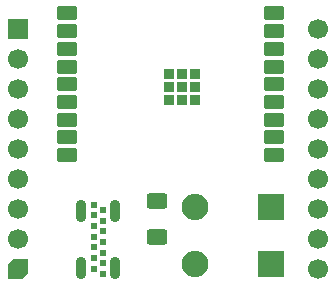
<source format=gbr>
%TF.GenerationSoftware,KiCad,Pcbnew,8.0.4*%
%TF.CreationDate,2024-07-30T16:51:47-04:00*%
%TF.ProjectId,esp32-c3-wroom-socket,65737033-322d-4633-932d-77726f6f6d2d,rev?*%
%TF.SameCoordinates,Original*%
%TF.FileFunction,Soldermask,Top*%
%TF.FilePolarity,Negative*%
%FSLAX46Y46*%
G04 Gerber Fmt 4.6, Leading zero omitted, Abs format (unit mm)*
G04 Created by KiCad (PCBNEW 8.0.4) date 2024-07-30 16:51:47*
%MOMM*%
%LPD*%
G01*
G04 APERTURE LIST*
G04 Aperture macros list*
%AMRoundRect*
0 Rectangle with rounded corners*
0 $1 Rounding radius*
0 $2 $3 $4 $5 $6 $7 $8 $9 X,Y pos of 4 corners*
0 Add a 4 corners polygon primitive as box body*
4,1,4,$2,$3,$4,$5,$6,$7,$8,$9,$2,$3,0*
0 Add four circle primitives for the rounded corners*
1,1,$1+$1,$2,$3*
1,1,$1+$1,$4,$5*
1,1,$1+$1,$6,$7*
1,1,$1+$1,$8,$9*
0 Add four rect primitives between the rounded corners*
20,1,$1+$1,$2,$3,$4,$5,0*
20,1,$1+$1,$4,$5,$6,$7,0*
20,1,$1+$1,$6,$7,$8,$9,0*
20,1,$1+$1,$8,$9,$2,$3,0*%
%AMOutline5P*
0 Free polygon, 5 corners , with rotation*
0 The origin of the aperture is its center*
0 number of corners: always 5*
0 $1 to $10 corner X, Y*
0 $11 Rotation angle, in degrees counterclockwise*
0 create outline with 5 corners*
4,1,5,$1,$2,$3,$4,$5,$6,$7,$8,$9,$10,$1,$2,$11*%
%AMOutline6P*
0 Free polygon, 6 corners , with rotation*
0 The origin of the aperture is its center*
0 number of corners: always 6*
0 $1 to $12 corner X, Y*
0 $13 Rotation angle, in degrees counterclockwise*
0 create outline with 6 corners*
4,1,6,$1,$2,$3,$4,$5,$6,$7,$8,$9,$10,$11,$12,$1,$2,$13*%
%AMOutline7P*
0 Free polygon, 7 corners , with rotation*
0 The origin of the aperture is its center*
0 number of corners: always 7*
0 $1 to $14 corner X, Y*
0 $15 Rotation angle, in degrees counterclockwise*
0 create outline with 7 corners*
4,1,7,$1,$2,$3,$4,$5,$6,$7,$8,$9,$10,$11,$12,$13,$14,$1,$2,$15*%
%AMOutline8P*
0 Free polygon, 8 corners , with rotation*
0 The origin of the aperture is its center*
0 number of corners: always 8*
0 $1 to $16 corner X, Y*
0 $17 Rotation angle, in degrees counterclockwise*
0 create outline with 8 corners*
4,1,8,$1,$2,$3,$4,$5,$6,$7,$8,$9,$10,$11,$12,$13,$14,$15,$16,$1,$2,$17*%
G04 Aperture macros list end*
%ADD10RoundRect,0.102000X-0.750000X-0.450000X0.750000X-0.450000X0.750000X0.450000X-0.750000X0.450000X0*%
%ADD11RoundRect,0.102000X-0.350000X-0.350000X0.350000X-0.350000X0.350000X0.350000X-0.350000X0.350000X0*%
%ADD12R,2.250000X2.250000*%
%ADD13O,2.250000X2.250000*%
%ADD14RoundRect,0.250000X-0.625000X0.400000X-0.625000X-0.400000X0.625000X-0.400000X0.625000X0.400000X0*%
%ADD15R,1.700000X1.700000*%
%ADD16C,1.700000*%
%ADD17Outline6P,-0.850000X0.340000X-0.340000X0.850000X0.850000X0.850000X0.850000X-0.340000X0.340000X-0.850000X-0.850000X-0.850000X0.000000*%
%ADD18C,0.609600*%
%ADD19O,0.914400X1.905000*%
G04 APERTURE END LIST*
D10*
%TO.C,U1*%
X148190000Y-58200000D03*
X148190000Y-59700000D03*
X148190000Y-61200000D03*
X148190000Y-62700000D03*
X148190000Y-64200000D03*
X148190000Y-65700000D03*
X148190000Y-67200000D03*
X148190000Y-68700000D03*
X148190000Y-70200000D03*
X165690000Y-70200000D03*
X165690000Y-68700000D03*
X165690000Y-67200000D03*
X165690000Y-65700000D03*
X165690000Y-64200000D03*
X165690000Y-62700000D03*
X165690000Y-61200000D03*
X165690000Y-59700000D03*
X165690000Y-58200000D03*
D11*
X156800000Y-63300000D03*
X157900000Y-63300000D03*
X159000000Y-63300000D03*
X156800000Y-64400000D03*
X157900000Y-64400000D03*
X159000000Y-64400000D03*
X156800000Y-65500000D03*
X157900000Y-65500000D03*
X159000000Y-65500000D03*
%TD*%
D12*
%TO.C,SW1*%
X165450000Y-79400000D03*
D13*
X158950000Y-79400000D03*
%TD*%
D14*
%TO.C,R7*%
X155800000Y-74050000D03*
X155800000Y-77150000D03*
%TD*%
D15*
%TO.C,J2*%
X144010000Y-59480000D03*
D16*
X144010000Y-62020000D03*
X144010000Y-64560000D03*
X144010000Y-67100000D03*
X144010000Y-69640000D03*
X144010000Y-72180000D03*
X144010000Y-74720000D03*
X144010000Y-77260000D03*
D17*
X144010000Y-79800000D03*
D16*
X169410000Y-79800000D03*
X169410000Y-77260000D03*
X169410000Y-74720000D03*
X169410000Y-72180000D03*
X169410000Y-69640000D03*
X169410000Y-67100000D03*
X169410000Y-64560000D03*
X169410000Y-62020000D03*
X169410000Y-59480000D03*
%TD*%
D12*
%TO.C,SW2*%
X165450000Y-74600000D03*
D13*
X158950000Y-74600000D03*
%TD*%
D18*
%TO.C,J3*%
X150419999Y-79799999D03*
X150419999Y-78899998D03*
X150419999Y-78000000D03*
X150419999Y-77099999D03*
X150419999Y-76199999D03*
X150419999Y-75300000D03*
X150419999Y-74400000D03*
X151200000Y-74850000D03*
X151200000Y-75750000D03*
X151200000Y-76650000D03*
X151200000Y-77550000D03*
X151200000Y-78450000D03*
X151200000Y-79350000D03*
X151200000Y-80250000D03*
D19*
X149379999Y-79749999D03*
X152239999Y-79749999D03*
X149379999Y-74950000D03*
X152239999Y-74950000D03*
%TD*%
M02*

</source>
